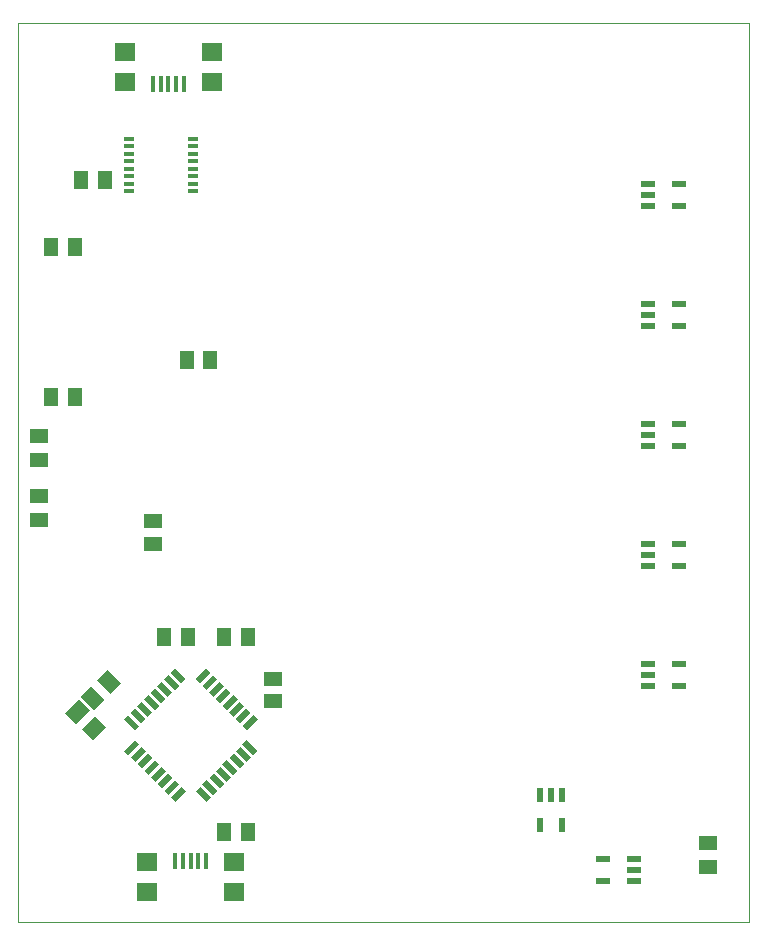
<source format=gbp>
G75*
%MOIN*%
%OFA0B0*%
%FSLAX25Y25*%
%IPPOS*%
%LPD*%
%AMOC8*
5,1,8,0,0,1.08239X$1,22.5*
%
%ADD10C,0.00000*%
%ADD11R,0.04724X0.02362*%
%ADD12R,0.05000X0.02100*%
%ADD13R,0.02100X0.05000*%
%ADD14R,0.05118X0.06299*%
%ADD15R,0.06299X0.05118*%
%ADD16R,0.02362X0.04724*%
%ADD17R,0.03600X0.01600*%
%ADD18R,0.07087X0.05906*%
%ADD19R,0.01575X0.05512*%
D10*
X0001800Y0001800D02*
X0001800Y0301761D01*
X0245501Y0301761D01*
X0245501Y0001800D01*
X0001800Y0001800D01*
D11*
X0196658Y0015560D03*
X0196658Y0023040D03*
X0206942Y0023040D03*
X0206942Y0019300D03*
X0206942Y0015560D03*
X0211658Y0080560D03*
X0211658Y0084300D03*
X0211658Y0088040D03*
X0221942Y0088040D03*
X0221942Y0080560D03*
X0221942Y0120560D03*
X0221942Y0128040D03*
X0211658Y0128040D03*
X0211658Y0124300D03*
X0211658Y0120560D03*
X0211658Y0160560D03*
X0211658Y0164300D03*
X0211658Y0168040D03*
X0221942Y0168040D03*
X0221942Y0160560D03*
X0221942Y0200560D03*
X0221942Y0208040D03*
X0211658Y0208040D03*
X0211658Y0204300D03*
X0211658Y0200560D03*
X0211658Y0240560D03*
X0211658Y0244300D03*
X0211658Y0248040D03*
X0221942Y0248040D03*
X0221942Y0240560D03*
D12*
G36*
X0076535Y0067430D02*
X0080070Y0070965D01*
X0081555Y0069480D01*
X0078020Y0065945D01*
X0076535Y0067430D01*
G37*
G36*
X0074308Y0069657D02*
X0077843Y0073192D01*
X0079328Y0071707D01*
X0075793Y0068172D01*
X0074308Y0069657D01*
G37*
G36*
X0072081Y0071884D02*
X0075616Y0075419D01*
X0077101Y0073934D01*
X0073566Y0070399D01*
X0072081Y0071884D01*
G37*
G36*
X0069854Y0074112D02*
X0073389Y0077647D01*
X0074874Y0076162D01*
X0071339Y0072627D01*
X0069854Y0074112D01*
G37*
G36*
X0067627Y0076339D02*
X0071162Y0079874D01*
X0072647Y0078389D01*
X0069112Y0074854D01*
X0067627Y0076339D01*
G37*
G36*
X0065399Y0078566D02*
X0068934Y0082101D01*
X0070419Y0080616D01*
X0066884Y0077081D01*
X0065399Y0078566D01*
G37*
G36*
X0063172Y0080793D02*
X0066707Y0084328D01*
X0068192Y0082843D01*
X0064657Y0079308D01*
X0063172Y0080793D01*
G37*
G36*
X0060945Y0083020D02*
X0064480Y0086555D01*
X0065965Y0085070D01*
X0062430Y0081535D01*
X0060945Y0083020D01*
G37*
G36*
X0039272Y0056893D02*
X0042807Y0060428D01*
X0044292Y0058943D01*
X0040757Y0055408D01*
X0039272Y0056893D01*
G37*
G36*
X0037045Y0059120D02*
X0040580Y0062655D01*
X0042065Y0061170D01*
X0038530Y0057635D01*
X0037045Y0059120D01*
G37*
G36*
X0041499Y0054666D02*
X0045034Y0058201D01*
X0046519Y0056716D01*
X0042984Y0053181D01*
X0041499Y0054666D01*
G37*
G36*
X0043726Y0052438D02*
X0047261Y0055973D01*
X0048746Y0054488D01*
X0045211Y0050953D01*
X0043726Y0052438D01*
G37*
G36*
X0045953Y0050211D02*
X0049488Y0053746D01*
X0050973Y0052261D01*
X0047438Y0048726D01*
X0045953Y0050211D01*
G37*
G36*
X0048181Y0047984D02*
X0051716Y0051519D01*
X0053201Y0050034D01*
X0049666Y0046499D01*
X0048181Y0047984D01*
G37*
G36*
X0050408Y0045757D02*
X0053943Y0049292D01*
X0055428Y0047807D01*
X0051893Y0044272D01*
X0050408Y0045757D01*
G37*
G36*
X0052635Y0043530D02*
X0056170Y0047065D01*
X0057655Y0045580D01*
X0054120Y0042045D01*
X0052635Y0043530D01*
G37*
D13*
G36*
X0060945Y0045580D02*
X0062430Y0047065D01*
X0065965Y0043530D01*
X0064480Y0042045D01*
X0060945Y0045580D01*
G37*
G36*
X0063172Y0047807D02*
X0064657Y0049292D01*
X0068192Y0045757D01*
X0066707Y0044272D01*
X0063172Y0047807D01*
G37*
G36*
X0065399Y0050034D02*
X0066884Y0051519D01*
X0070419Y0047984D01*
X0068934Y0046499D01*
X0065399Y0050034D01*
G37*
G36*
X0067627Y0052261D02*
X0069112Y0053746D01*
X0072647Y0050211D01*
X0071162Y0048726D01*
X0067627Y0052261D01*
G37*
G36*
X0069854Y0054488D02*
X0071339Y0055973D01*
X0074874Y0052438D01*
X0073389Y0050953D01*
X0069854Y0054488D01*
G37*
G36*
X0072081Y0056716D02*
X0073566Y0058201D01*
X0077101Y0054666D01*
X0075616Y0053181D01*
X0072081Y0056716D01*
G37*
G36*
X0074308Y0058943D02*
X0075793Y0060428D01*
X0079328Y0056893D01*
X0077843Y0055408D01*
X0074308Y0058943D01*
G37*
G36*
X0076535Y0061170D02*
X0078020Y0062655D01*
X0081555Y0059120D01*
X0080070Y0057635D01*
X0076535Y0061170D01*
G37*
G36*
X0052635Y0085070D02*
X0054120Y0086555D01*
X0057655Y0083020D01*
X0056170Y0081535D01*
X0052635Y0085070D01*
G37*
G36*
X0050408Y0082843D02*
X0051893Y0084328D01*
X0055428Y0080793D01*
X0053943Y0079308D01*
X0050408Y0082843D01*
G37*
G36*
X0048181Y0080616D02*
X0049666Y0082101D01*
X0053201Y0078566D01*
X0051716Y0077081D01*
X0048181Y0080616D01*
G37*
G36*
X0045953Y0078389D02*
X0047438Y0079874D01*
X0050973Y0076339D01*
X0049488Y0074854D01*
X0045953Y0078389D01*
G37*
G36*
X0043726Y0076162D02*
X0045211Y0077647D01*
X0048746Y0074112D01*
X0047261Y0072627D01*
X0043726Y0076162D01*
G37*
G36*
X0041499Y0073934D02*
X0042984Y0075419D01*
X0046519Y0071884D01*
X0045034Y0070399D01*
X0041499Y0073934D01*
G37*
G36*
X0039272Y0071707D02*
X0040757Y0073192D01*
X0044292Y0069657D01*
X0042807Y0068172D01*
X0039272Y0071707D01*
G37*
G36*
X0037045Y0069480D02*
X0038530Y0070965D01*
X0042065Y0067430D01*
X0040580Y0065945D01*
X0037045Y0069480D01*
G37*
D14*
G36*
X0027501Y0070552D02*
X0031120Y0066933D01*
X0026667Y0062480D01*
X0023048Y0066099D01*
X0027501Y0070552D01*
G37*
G36*
X0030552Y0076099D02*
X0026933Y0072480D01*
X0022480Y0076933D01*
X0026099Y0080552D01*
X0030552Y0076099D01*
G37*
G36*
X0036120Y0081667D02*
X0032501Y0078048D01*
X0028048Y0082501D01*
X0031667Y0086120D01*
X0036120Y0081667D01*
G37*
G36*
X0021933Y0076120D02*
X0025552Y0072501D01*
X0021099Y0068048D01*
X0017480Y0071667D01*
X0021933Y0076120D01*
G37*
X0050363Y0096800D03*
X0058237Y0096800D03*
X0070363Y0096800D03*
X0078237Y0096800D03*
X0078237Y0031800D03*
X0070363Y0031800D03*
X0020737Y0176800D03*
X0012863Y0176800D03*
X0012863Y0226800D03*
X0020737Y0226800D03*
X0022863Y0249300D03*
X0030737Y0249300D03*
X0058060Y0189300D03*
X0065540Y0189300D03*
D15*
X0046800Y0135737D03*
X0046800Y0127863D03*
X0008568Y0136095D03*
X0008568Y0143969D03*
X0008568Y0156095D03*
X0008568Y0163969D03*
X0086800Y0083040D03*
X0086800Y0075560D03*
X0231800Y0028237D03*
X0231800Y0020363D03*
D16*
X0183040Y0034158D03*
X0175560Y0034158D03*
X0175560Y0044442D03*
X0179300Y0044442D03*
X0183040Y0044442D03*
D17*
X0060000Y0245550D03*
X0060000Y0248050D03*
X0060000Y0250550D03*
X0060000Y0253050D03*
X0060000Y0255550D03*
X0060000Y0258050D03*
X0060000Y0260550D03*
X0060000Y0263050D03*
X0038600Y0263050D03*
X0038600Y0260550D03*
X0038600Y0258050D03*
X0038600Y0255550D03*
X0038600Y0253050D03*
X0038600Y0250550D03*
X0038600Y0248050D03*
X0038600Y0245550D03*
D18*
X0037296Y0281800D03*
X0037296Y0291800D03*
X0066304Y0291800D03*
X0066304Y0281800D03*
X0073804Y0021800D03*
X0073804Y0011800D03*
X0044796Y0011800D03*
X0044796Y0021800D03*
D19*
X0054182Y0022430D03*
X0056741Y0022430D03*
X0059300Y0022430D03*
X0061859Y0022430D03*
X0064418Y0022430D03*
X0056918Y0281170D03*
X0054359Y0281170D03*
X0051800Y0281170D03*
X0049241Y0281170D03*
X0046682Y0281170D03*
M02*

</source>
